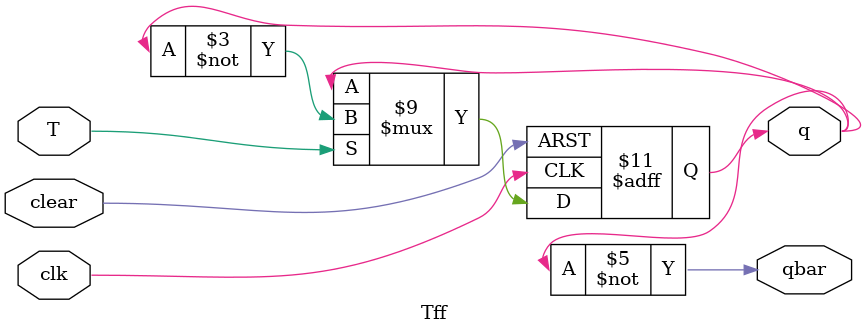
<source format=v>
module Tff (q, qbar, T, clear, clk);
    output  q, qbar;
    input T, clear, clk;
    reg q=0;
    always @(posedge clk or posedge clear) begin    // asynchronous clear
        if(clear)
            q<=0;
        else if(T==1)
            q<=~q;
        else if(T==0)
            q<=q;
    end
    assign qbar=~q;
    
endmodule
</source>
